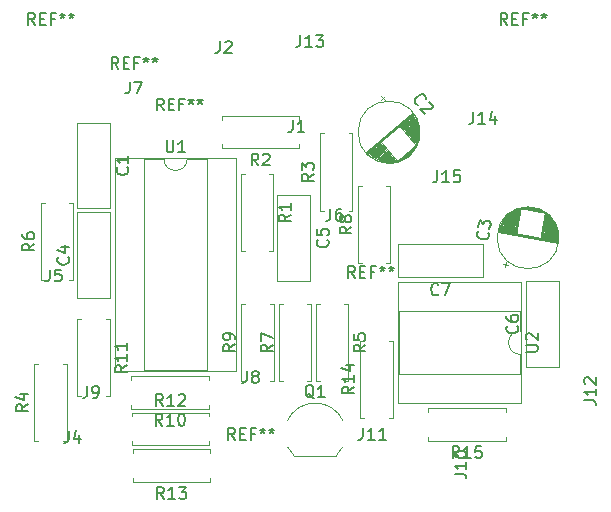
<source format=gbr>
G04 #@! TF.GenerationSoftware,KiCad,Pcbnew,(5.1.2-1)-1*
G04 #@! TF.CreationDate,2022-01-04T14:15:43-05:00*
G04 #@! TF.ProjectId,Utility LFO - CGS,5574696c-6974-4792-904c-464f202d2043,rev?*
G04 #@! TF.SameCoordinates,Original*
G04 #@! TF.FileFunction,Legend,Top*
G04 #@! TF.FilePolarity,Positive*
%FSLAX46Y46*%
G04 Gerber Fmt 4.6, Leading zero omitted, Abs format (unit mm)*
G04 Created by KiCad (PCBNEW (5.1.2-1)-1) date 2022-01-04 14:15:43*
%MOMM*%
%LPD*%
G04 APERTURE LIST*
%ADD10C,0.120000*%
%ADD11C,0.150000*%
G04 APERTURE END LIST*
D10*
X44960000Y-38680000D02*
X44630000Y-38680000D01*
X44960000Y-45220000D02*
X44960000Y-38680000D01*
X44630000Y-45220000D02*
X44960000Y-45220000D01*
X42220000Y-38680000D02*
X42550000Y-38680000D01*
X42220000Y-45220000D02*
X42220000Y-38680000D01*
X42550000Y-45220000D02*
X42220000Y-45220000D01*
X40724184Y-47692795D02*
G75*
G02X40200000Y-48420000I-2324184J1122795D01*
G01*
X40756400Y-45471193D02*
G75*
G03X38400000Y-43970000I-2356400J-1098807D01*
G01*
X36043600Y-45471193D02*
G75*
G02X38400000Y-43970000I2356400J-1098807D01*
G01*
X36075816Y-47692795D02*
G75*
G03X36600000Y-48420000I2324184J1122795D01*
G01*
X36600000Y-48420000D02*
X40200000Y-48420000D01*
X21000000Y-20240000D02*
X21000000Y-27480000D01*
X18260000Y-20240000D02*
X18260000Y-27480000D01*
X21000000Y-20240000D02*
X18260000Y-20240000D01*
X21000000Y-27480000D02*
X18260000Y-27480000D01*
X47263484Y-21037556D02*
G75*
G03X47263484Y-21037556I-2619999J0D01*
G01*
X46619879Y-19379164D02*
X42667090Y-22695948D01*
X46645591Y-19409805D02*
X42692801Y-22726589D01*
X46670536Y-19441090D02*
X42719279Y-22756588D01*
X46695482Y-19472374D02*
X42745756Y-22786587D01*
X46719661Y-19504302D02*
X42773000Y-22815944D01*
X46743074Y-19536872D02*
X42801010Y-22844657D01*
X46765722Y-19570085D02*
X45594440Y-20552907D01*
X44001067Y-21889905D02*
X42829785Y-22872728D01*
X46788369Y-19603298D02*
X45620151Y-20583549D01*
X44026779Y-21920547D02*
X42858561Y-22900798D01*
X46811016Y-19636511D02*
X45645863Y-20614191D01*
X44052490Y-21951189D02*
X42887337Y-22928869D01*
X46832898Y-19670366D02*
X45671574Y-20644832D01*
X44078202Y-21981831D02*
X42916878Y-22956297D01*
X46854013Y-19704865D02*
X45697286Y-20675474D01*
X44103913Y-22012472D02*
X42947186Y-22983082D01*
X46874362Y-19740006D02*
X45722997Y-20706116D01*
X44129625Y-22043114D02*
X42978260Y-23009224D01*
X46894711Y-19775148D02*
X45748709Y-20736758D01*
X44155336Y-22073756D02*
X43009334Y-23035366D01*
X46914294Y-19810932D02*
X45774420Y-20767400D01*
X44181048Y-22104398D02*
X43041174Y-23060866D01*
X46933878Y-19846716D02*
X45800132Y-20798041D01*
X44206759Y-22135040D02*
X43073014Y-23086365D01*
X46952695Y-19883143D02*
X45825843Y-20828683D01*
X44232471Y-22165681D02*
X43105619Y-23111222D01*
X46970746Y-19920212D02*
X45851555Y-20859325D01*
X44258182Y-22196323D02*
X43138991Y-23135436D01*
X46988797Y-19957282D02*
X45877266Y-20889967D01*
X44283894Y-22226965D02*
X43172363Y-23159650D01*
X47006725Y-19995760D02*
X45903621Y-20921374D01*
X44310248Y-22258373D02*
X43207144Y-23183987D01*
X47023244Y-20034116D02*
X45929332Y-20952016D01*
X44335960Y-22289014D02*
X43242048Y-23206915D01*
X47038996Y-20073114D02*
X45955044Y-20982658D01*
X44361671Y-22319656D02*
X43277718Y-23229201D01*
X47054749Y-20112112D02*
X45980755Y-21013300D01*
X44387383Y-22350298D02*
X43313388Y-23251486D01*
X47069736Y-20151752D02*
X46006467Y-21043942D01*
X44413094Y-22380940D02*
X43349824Y-23273129D01*
X47084723Y-20191393D02*
X46032178Y-21074583D01*
X44438806Y-22411582D02*
X43386261Y-23294772D01*
X47098178Y-20232320D02*
X46057890Y-21105225D01*
X44464517Y-22442223D02*
X43424229Y-23315129D01*
X47111633Y-20273246D02*
X46083601Y-21135867D01*
X44490229Y-22472865D02*
X43462197Y-23335486D01*
X47124322Y-20314815D02*
X46109313Y-21166509D01*
X44515940Y-22503507D02*
X43500931Y-23355201D01*
X47137010Y-20356384D02*
X46135024Y-21197150D01*
X44541652Y-22534149D02*
X43539666Y-23374915D01*
X47148167Y-20399239D02*
X46160736Y-21227792D01*
X44567363Y-22564790D02*
X43579932Y-23393344D01*
X47159324Y-20442094D02*
X46186447Y-21258434D01*
X44593075Y-22595432D02*
X43620198Y-23411773D01*
X47169714Y-20485591D02*
X46212159Y-21289076D01*
X44618786Y-22626074D02*
X43661231Y-23429559D01*
X47178573Y-20530374D02*
X46237870Y-21319718D01*
X44644498Y-22656716D02*
X43703795Y-23446059D01*
X47188197Y-20574515D02*
X46263582Y-21350359D01*
X44670209Y-22687358D02*
X43745594Y-23463202D01*
X47196290Y-20619941D02*
X46289293Y-21381001D01*
X44695921Y-22717999D02*
X43788924Y-23479060D01*
X47203616Y-20666009D02*
X46315005Y-21411643D01*
X44721632Y-22748641D02*
X43833021Y-23494275D01*
X47210177Y-20712721D02*
X46340716Y-21442285D01*
X44747344Y-22779283D02*
X43877883Y-23508847D01*
X47215971Y-20760075D02*
X46366428Y-21472926D01*
X44773055Y-22809925D02*
X43923512Y-23522776D01*
X47220999Y-20808072D02*
X46392139Y-21503568D01*
X44798767Y-22840566D02*
X43969907Y-23536063D01*
X47226028Y-20856069D02*
X46417851Y-21534210D01*
X44824478Y-22871208D02*
X44016301Y-23549349D01*
X47228758Y-20905995D02*
X46443562Y-21564852D01*
X44850190Y-22901850D02*
X44064994Y-23560707D01*
X47231488Y-20955920D02*
X46469274Y-21595494D01*
X44875901Y-22932492D02*
X44113687Y-23572065D01*
X47233452Y-21006488D02*
X46494985Y-21626135D01*
X44901613Y-22963134D02*
X44163146Y-23582781D01*
X47233884Y-21058342D02*
X46520697Y-21656777D01*
X44927324Y-22993775D02*
X44214137Y-23592211D01*
X47233550Y-21110838D02*
X46546408Y-21687419D01*
X44953036Y-23024417D02*
X44265894Y-23600998D01*
X47231684Y-21164621D02*
X46572120Y-21718061D01*
X44978747Y-23055059D02*
X44319183Y-23608499D01*
X47229052Y-21219045D02*
X46597831Y-21748702D01*
X45004459Y-23085701D02*
X44373238Y-23615358D01*
X47225654Y-21274113D02*
X46623543Y-21779344D01*
X45030170Y-23116342D02*
X44428059Y-23621574D01*
X47219957Y-21331109D02*
X46649254Y-21809986D01*
X45055882Y-23146984D02*
X44485179Y-23625861D01*
X47213495Y-21388748D02*
X46674966Y-21840628D01*
X45081593Y-23177626D02*
X44543064Y-23629506D01*
X47205501Y-21447673D02*
X46700677Y-21871270D01*
X45107305Y-23208268D02*
X44602482Y-23631865D01*
X47195974Y-21507883D02*
X46726389Y-21901911D01*
X45133016Y-23238910D02*
X44663431Y-23632938D01*
X47184915Y-21569378D02*
X46752100Y-21932553D01*
X45158728Y-23269551D02*
X44725913Y-23632726D01*
X47171559Y-21632802D02*
X46777812Y-21963195D01*
X45184439Y-23300193D02*
X44790692Y-23630586D01*
X47155904Y-21698154D02*
X46803523Y-21993837D01*
X45210151Y-23330835D02*
X44857770Y-23626517D01*
X47137951Y-21765435D02*
X46829235Y-22024478D01*
X45235862Y-23361477D02*
X44927146Y-23620520D01*
X47117700Y-21834644D02*
X46854946Y-22055120D01*
X45261574Y-23392118D02*
X44998821Y-23612595D01*
X47094384Y-21906424D02*
X46880658Y-22085762D01*
X45287285Y-23422760D02*
X45073559Y-23602098D01*
X47068005Y-21980776D02*
X46906369Y-22116404D01*
X45312997Y-23453402D02*
X45151361Y-23589030D01*
X47037795Y-22058341D02*
X45232994Y-23572749D01*
X47002223Y-22140406D02*
X45319989Y-23551967D01*
X46961288Y-22226970D02*
X45412347Y-23526687D01*
X46913460Y-22319319D02*
X45511598Y-23495621D01*
X46854906Y-22420668D02*
X45621575Y-23455556D01*
X46782564Y-22533586D02*
X45745340Y-23403921D01*
X46686475Y-22666431D02*
X45892853Y-23332359D01*
X46532932Y-22847485D02*
X46097818Y-23212589D01*
X43970525Y-17940862D02*
X44291919Y-18323884D01*
X44322733Y-17971676D02*
X43939711Y-18293070D01*
X54274635Y-32195409D02*
X54767039Y-32282234D01*
X54477425Y-32485023D02*
X54564249Y-31992620D01*
X56589034Y-27368189D02*
X57148405Y-27466821D01*
X56351643Y-27366948D02*
X57371904Y-27546847D01*
X56188112Y-27378730D02*
X57521542Y-27613850D01*
X56055111Y-27395895D02*
X57640652Y-27675469D01*
X55939836Y-27416187D02*
X57742035Y-27733963D01*
X55838349Y-27438909D02*
X57829630Y-27790025D01*
X55745725Y-27463194D02*
X57908362Y-27844525D01*
X55659994Y-27488694D02*
X57980201Y-27897809D01*
X57837352Y-27913238D02*
X58045146Y-27949878D01*
X55581157Y-27515410D02*
X55788952Y-27552050D01*
X57830406Y-27952630D02*
X58105167Y-28001078D01*
X55507244Y-27542994D02*
X55782006Y-27591442D01*
X57823460Y-27992023D02*
X58161249Y-28051584D01*
X55437271Y-27571273D02*
X55775060Y-27630834D01*
X57816514Y-28031415D02*
X58213392Y-28101395D01*
X55371236Y-27600246D02*
X55768114Y-27670227D01*
X57809568Y-28070807D02*
X58262580Y-28150685D01*
X55308156Y-27629741D02*
X55761168Y-27709619D01*
X57802622Y-28110199D02*
X58308813Y-28199455D01*
X55248031Y-27659756D02*
X55754222Y-27749011D01*
X57795676Y-28149592D02*
X58352093Y-28247703D01*
X55190860Y-27690292D02*
X55747276Y-27788404D01*
X57788730Y-28188984D02*
X58392417Y-28295430D01*
X55136643Y-27721350D02*
X55740330Y-27827796D01*
X57781784Y-28228376D02*
X58430773Y-28342811D01*
X55084396Y-27752754D02*
X55733384Y-27867188D01*
X57774838Y-28267769D02*
X58467158Y-28389843D01*
X55034118Y-27784506D02*
X55726438Y-27906581D01*
X57767893Y-28307161D02*
X58501574Y-28436529D01*
X54985811Y-27816605D02*
X55719492Y-27945973D01*
X57760947Y-28346553D02*
X58535005Y-28483041D01*
X54938488Y-27848878D02*
X55712546Y-27985365D01*
X57754001Y-28385946D02*
X58565482Y-28529032D01*
X54894119Y-27881671D02*
X55705601Y-28024757D01*
X57747055Y-28425338D02*
X58594974Y-28574849D01*
X54850735Y-27914639D02*
X55698655Y-28064150D01*
X57740109Y-28464730D02*
X58623481Y-28620493D01*
X54808336Y-27947780D02*
X55691709Y-28103542D01*
X57733163Y-28504123D02*
X58650019Y-28665789D01*
X54767907Y-27981268D02*
X55684763Y-28142934D01*
X57726217Y-28543515D02*
X58675572Y-28710912D01*
X54728462Y-28014930D02*
X55677817Y-28182327D01*
X57719271Y-28582907D02*
X58699155Y-28755687D01*
X54690987Y-28048939D02*
X55670871Y-28221719D01*
X57712325Y-28622300D02*
X58721753Y-28800289D01*
X54654497Y-28083122D02*
X55663925Y-28261111D01*
X57705379Y-28661692D02*
X58744351Y-28844891D01*
X54618007Y-28117305D02*
X55656979Y-28300504D01*
X57698433Y-28701084D02*
X58763995Y-28888971D01*
X54584471Y-28152009D02*
X55650033Y-28339896D01*
X57691487Y-28740476D02*
X58783639Y-28933052D01*
X54550935Y-28186712D02*
X55643087Y-28379288D01*
X57684541Y-28779869D02*
X58802298Y-28976959D01*
X54518384Y-28221590D02*
X55636141Y-28418681D01*
X57677595Y-28819261D02*
X58819972Y-29020693D01*
X54486818Y-28256641D02*
X55629195Y-28458073D01*
X57670650Y-28858653D02*
X58836662Y-29064253D01*
X54456237Y-28291866D02*
X55622249Y-28497465D01*
X57663704Y-28898046D02*
X58852367Y-29107639D01*
X54426641Y-28327264D02*
X55615303Y-28536857D01*
X57656758Y-28937438D02*
X58866102Y-29150678D01*
X54399014Y-28363010D02*
X55608358Y-28576250D01*
X57649812Y-28976830D02*
X58880821Y-29193891D01*
X54370402Y-28398582D02*
X55601412Y-28615642D01*
X57642866Y-29016223D02*
X58893572Y-29236756D01*
X54343760Y-28434501D02*
X55594466Y-28655034D01*
X57635920Y-29055615D02*
X58905337Y-29279447D01*
X54318103Y-28470594D02*
X55587520Y-28694427D01*
X57628974Y-29095007D02*
X58917103Y-29322139D01*
X54292445Y-28506687D02*
X55580574Y-28733819D01*
X57622028Y-29134400D02*
X58926898Y-29364483D01*
X54268758Y-28543127D02*
X55573628Y-28773211D01*
X57615082Y-29173792D02*
X58936694Y-29406828D01*
X54245070Y-28579568D02*
X55566682Y-28812604D01*
X57608136Y-29213184D02*
X58945505Y-29448998D01*
X54222367Y-28616182D02*
X55559736Y-28851996D01*
X57601190Y-29252576D02*
X58954316Y-29491169D01*
X54199664Y-28652796D02*
X55552790Y-28891388D01*
X57594244Y-29291969D02*
X58961157Y-29532992D01*
X54178931Y-28689757D02*
X55545844Y-28930781D01*
X57587298Y-29331361D02*
X58967999Y-29574816D01*
X54158198Y-28726718D02*
X55538898Y-28970173D01*
X57580352Y-29370753D02*
X58973855Y-29616466D01*
X54138449Y-28763853D02*
X55531952Y-29009565D01*
X57573407Y-29410146D02*
X58979712Y-29658115D01*
X54118701Y-28800988D02*
X55525006Y-29048958D01*
X57566461Y-29449538D02*
X58984584Y-29699591D01*
X54099937Y-28838296D02*
X55518060Y-29088350D01*
X57559341Y-29489915D02*
X58988297Y-29741879D01*
X54081985Y-28876763D02*
X55510941Y-29128727D01*
X57552395Y-29529307D02*
X58991199Y-29783007D01*
X54065191Y-28914419D02*
X55503995Y-29168119D01*
X57545449Y-29568700D02*
X58994101Y-29824136D01*
X54048397Y-28952075D02*
X55497049Y-29207512D01*
X57538503Y-29608092D02*
X58996019Y-29865091D01*
X54032588Y-28989905D02*
X55490103Y-29246904D01*
X57531557Y-29647484D02*
X58996951Y-29905873D01*
X54017763Y-29027908D02*
X55483157Y-29286296D01*
X57524611Y-29686877D02*
X58997884Y-29946654D01*
X54002939Y-29065911D02*
X55476211Y-29325688D01*
X57517665Y-29726269D02*
X58997832Y-29987262D01*
X53989099Y-29104088D02*
X55469265Y-29365081D01*
X57510720Y-29765661D02*
X58997779Y-30027870D01*
X53975260Y-29142264D02*
X55462319Y-29404473D01*
X57503774Y-29805054D02*
X58996742Y-30068304D01*
X53962405Y-29180615D02*
X55455374Y-29443865D01*
X57496828Y-29844446D02*
X58994720Y-30108565D01*
X53950535Y-29219139D02*
X55448428Y-29483258D01*
X57489882Y-29883838D02*
X58991714Y-30148652D01*
X53939650Y-29257837D02*
X55441482Y-29522650D01*
X57482936Y-29923231D02*
X58988707Y-30188739D01*
X53928765Y-29296534D02*
X55434536Y-29562042D01*
X53917880Y-29335232D02*
X58985700Y-30228826D01*
X53907979Y-29374103D02*
X58981709Y-30268739D01*
X53899064Y-29413148D02*
X58976732Y-30308478D01*
X53891133Y-29452367D02*
X58970771Y-30348044D01*
X53883202Y-29491586D02*
X58964810Y-30387610D01*
X53876256Y-29530978D02*
X58957864Y-30427003D01*
X59037060Y-29978990D02*
G75*
G03X59037060Y-29978990I-2620000J0D01*
G01*
X18260000Y-27840000D02*
X21000000Y-27840000D01*
X18260000Y-35080000D02*
X21000000Y-35080000D01*
X21000000Y-35080000D02*
X21000000Y-27840000D01*
X18260000Y-35080000D02*
X18260000Y-27840000D01*
X37950000Y-33610000D02*
X35210000Y-33610000D01*
X37950000Y-26370000D02*
X35210000Y-26370000D01*
X35210000Y-26370000D02*
X35210000Y-33610000D01*
X37950000Y-26370000D02*
X37950000Y-33610000D01*
X56269997Y-40910000D02*
X56269997Y-33670000D01*
X59009997Y-40910000D02*
X59009997Y-33670000D01*
X56269997Y-40910000D02*
X59009997Y-40910000D01*
X56269997Y-33670000D02*
X59009997Y-33670000D01*
X52620000Y-33270002D02*
X45380000Y-33270002D01*
X52620000Y-30530002D02*
X45380000Y-30530002D01*
X52620000Y-33270002D02*
X52620000Y-30530002D01*
X45380000Y-33270002D02*
X45380000Y-30530002D01*
X32120000Y-31120000D02*
X32450000Y-31120000D01*
X32120000Y-24580000D02*
X32120000Y-31120000D01*
X32450000Y-24580000D02*
X32120000Y-24580000D01*
X34860000Y-31120000D02*
X34530000Y-31120000D01*
X34860000Y-24580000D02*
X34860000Y-31120000D01*
X34530000Y-24580000D02*
X34860000Y-24580000D01*
X37020000Y-22080000D02*
X37020000Y-22410000D01*
X37020000Y-22410000D02*
X30480000Y-22410000D01*
X30480000Y-22410000D02*
X30480000Y-22080000D01*
X37020000Y-20000000D02*
X37020000Y-19670000D01*
X37020000Y-19670000D02*
X30480000Y-19670000D01*
X30480000Y-19670000D02*
X30480000Y-20000000D01*
X41560000Y-21140000D02*
X41230000Y-21140000D01*
X41560000Y-27680000D02*
X41560000Y-21140000D01*
X41230000Y-27680000D02*
X41560000Y-27680000D01*
X38820000Y-21140000D02*
X39150000Y-21140000D01*
X38820000Y-27680000D02*
X38820000Y-21140000D01*
X39150000Y-27680000D02*
X38820000Y-27680000D01*
X17360000Y-40660000D02*
X17030000Y-40660000D01*
X17360000Y-47200000D02*
X17360000Y-40660000D01*
X17030000Y-47200000D02*
X17360000Y-47200000D01*
X14620000Y-40660000D02*
X14950000Y-40660000D01*
X14620000Y-47200000D02*
X14620000Y-40660000D01*
X14950000Y-47200000D02*
X14620000Y-47200000D01*
X40870000Y-35590000D02*
X41200000Y-35590000D01*
X41200000Y-35590000D02*
X41200000Y-42130000D01*
X41200000Y-42130000D02*
X40870000Y-42130000D01*
X38790000Y-35590000D02*
X38460000Y-35590000D01*
X38460000Y-35590000D02*
X38460000Y-42130000D01*
X38460000Y-42130000D02*
X38790000Y-42130000D01*
X15490000Y-33590000D02*
X15160000Y-33590000D01*
X15160000Y-33590000D02*
X15160000Y-27050000D01*
X15160000Y-27050000D02*
X15490000Y-27050000D01*
X17570000Y-33590000D02*
X17900000Y-33590000D01*
X17900000Y-33590000D02*
X17900000Y-27050000D01*
X17900000Y-27050000D02*
X17570000Y-27050000D01*
X35670000Y-42130000D02*
X35340000Y-42130000D01*
X35340000Y-42130000D02*
X35340000Y-35590000D01*
X35340000Y-35590000D02*
X35670000Y-35590000D01*
X37750000Y-42130000D02*
X38080000Y-42130000D01*
X38080000Y-42130000D02*
X38080000Y-35590000D01*
X38080000Y-35590000D02*
X37750000Y-35590000D01*
X44750000Y-25610000D02*
X44420000Y-25610000D01*
X44750000Y-32150000D02*
X44750000Y-25610000D01*
X44420000Y-32150000D02*
X44750000Y-32150000D01*
X42010000Y-25610000D02*
X42340000Y-25610000D01*
X42010000Y-32150000D02*
X42010000Y-25610000D01*
X42340000Y-32150000D02*
X42010000Y-32150000D01*
X32470000Y-42120000D02*
X32140000Y-42120000D01*
X32140000Y-42120000D02*
X32140000Y-35580000D01*
X32140000Y-35580000D02*
X32470000Y-35580000D01*
X34550000Y-42120000D02*
X34880000Y-42120000D01*
X34880000Y-42120000D02*
X34880000Y-35580000D01*
X34880000Y-35580000D02*
X34550000Y-35580000D01*
X22840000Y-41700000D02*
X22840000Y-42030000D01*
X29380000Y-41700000D02*
X22840000Y-41700000D01*
X29380000Y-42030000D02*
X29380000Y-41700000D01*
X22840000Y-44440000D02*
X22840000Y-44110000D01*
X29380000Y-44440000D02*
X22840000Y-44440000D01*
X29380000Y-44110000D02*
X29380000Y-44440000D01*
X20680000Y-36880000D02*
X21010000Y-36880000D01*
X21010000Y-36880000D02*
X21010000Y-43420000D01*
X21010000Y-43420000D02*
X20680000Y-43420000D01*
X18600000Y-36880000D02*
X18270000Y-36880000D01*
X18270000Y-36880000D02*
X18270000Y-43420000D01*
X18270000Y-43420000D02*
X18600000Y-43420000D01*
X22890000Y-45110000D02*
X22890000Y-44780000D01*
X22890000Y-44780000D02*
X29430000Y-44780000D01*
X29430000Y-44780000D02*
X29430000Y-45110000D01*
X22890000Y-47190000D02*
X22890000Y-47520000D01*
X22890000Y-47520000D02*
X29430000Y-47520000D01*
X29430000Y-47520000D02*
X29430000Y-47190000D01*
X22950000Y-47900000D02*
X22950000Y-48230000D01*
X29490000Y-47900000D02*
X22950000Y-47900000D01*
X29490000Y-48230000D02*
X29490000Y-47900000D01*
X22950000Y-50640000D02*
X22950000Y-50310000D01*
X29490000Y-50640000D02*
X22950000Y-50640000D01*
X29490000Y-50310000D02*
X29490000Y-50640000D01*
X54520000Y-46840000D02*
X54520000Y-47170000D01*
X54520000Y-47170000D02*
X47980000Y-47170000D01*
X47980000Y-47170000D02*
X47980000Y-46840000D01*
X54520000Y-44760000D02*
X54520000Y-44430000D01*
X54520000Y-44430000D02*
X47980000Y-44430000D01*
X47980000Y-44430000D02*
X47980000Y-44760000D01*
X27580000Y-23280000D02*
G75*
G02X25580000Y-23280000I-1000000J0D01*
G01*
X25580000Y-23280000D02*
X23930000Y-23280000D01*
X23930000Y-23280000D02*
X23930000Y-41180000D01*
X23930000Y-41180000D02*
X29230000Y-41180000D01*
X29230000Y-41180000D02*
X29230000Y-23280000D01*
X29230000Y-23280000D02*
X27580000Y-23280000D01*
X21440000Y-23220000D02*
X21440000Y-41240000D01*
X21440000Y-41240000D02*
X31720000Y-41240000D01*
X31720000Y-41240000D02*
X31720000Y-23220000D01*
X31720000Y-23220000D02*
X21440000Y-23220000D01*
X55779999Y-39860000D02*
G75*
G02X55779999Y-37860000I0J1000000D01*
G01*
X55779999Y-37860000D02*
X55779999Y-36210000D01*
X55779999Y-36210000D02*
X45499999Y-36210000D01*
X45499999Y-36210000D02*
X45499999Y-41510000D01*
X45499999Y-41510000D02*
X55779999Y-41510000D01*
X55779999Y-41510000D02*
X55779999Y-39860000D01*
X55839999Y-33720000D02*
X45439999Y-33720000D01*
X45439999Y-33720000D02*
X45439999Y-44000000D01*
X45439999Y-44000000D02*
X55839999Y-44000000D01*
X55839999Y-44000000D02*
X55839999Y-33720000D01*
D11*
X54666666Y-11952380D02*
X54333333Y-11476190D01*
X54095238Y-11952380D02*
X54095238Y-10952380D01*
X54476190Y-10952380D01*
X54571428Y-11000000D01*
X54619047Y-11047619D01*
X54666666Y-11142857D01*
X54666666Y-11285714D01*
X54619047Y-11380952D01*
X54571428Y-11428571D01*
X54476190Y-11476190D01*
X54095238Y-11476190D01*
X55095238Y-11428571D02*
X55428571Y-11428571D01*
X55571428Y-11952380D02*
X55095238Y-11952380D01*
X55095238Y-10952380D01*
X55571428Y-10952380D01*
X56333333Y-11428571D02*
X56000000Y-11428571D01*
X56000000Y-11952380D02*
X56000000Y-10952380D01*
X56476190Y-10952380D01*
X57000000Y-10952380D02*
X57000000Y-11190476D01*
X56761904Y-11095238D02*
X57000000Y-11190476D01*
X57238095Y-11095238D01*
X56857142Y-11380952D02*
X57000000Y-11190476D01*
X57142857Y-11380952D01*
X57761904Y-10952380D02*
X57761904Y-11190476D01*
X57523809Y-11095238D02*
X57761904Y-11190476D01*
X58000000Y-11095238D01*
X57619047Y-11380952D02*
X57761904Y-11190476D01*
X57904761Y-11380952D01*
X14666666Y-11952380D02*
X14333333Y-11476190D01*
X14095238Y-11952380D02*
X14095238Y-10952380D01*
X14476190Y-10952380D01*
X14571428Y-11000000D01*
X14619047Y-11047619D01*
X14666666Y-11142857D01*
X14666666Y-11285714D01*
X14619047Y-11380952D01*
X14571428Y-11428571D01*
X14476190Y-11476190D01*
X14095238Y-11476190D01*
X15095238Y-11428571D02*
X15428571Y-11428571D01*
X15571428Y-11952380D02*
X15095238Y-11952380D01*
X15095238Y-10952380D01*
X15571428Y-10952380D01*
X16333333Y-11428571D02*
X16000000Y-11428571D01*
X16000000Y-11952380D02*
X16000000Y-10952380D01*
X16476190Y-10952380D01*
X17000000Y-10952380D02*
X17000000Y-11190476D01*
X16761904Y-11095238D02*
X17000000Y-11190476D01*
X17238095Y-11095238D01*
X16857142Y-11380952D02*
X17000000Y-11190476D01*
X17142857Y-11380952D01*
X17761904Y-10952380D02*
X17761904Y-11190476D01*
X17523809Y-11095238D02*
X17761904Y-11190476D01*
X18000000Y-11095238D01*
X17619047Y-11380952D02*
X17761904Y-11190476D01*
X17904761Y-11380952D01*
X25566666Y-19202380D02*
X25233333Y-18726190D01*
X24995238Y-19202380D02*
X24995238Y-18202380D01*
X25376190Y-18202380D01*
X25471428Y-18250000D01*
X25519047Y-18297619D01*
X25566666Y-18392857D01*
X25566666Y-18535714D01*
X25519047Y-18630952D01*
X25471428Y-18678571D01*
X25376190Y-18726190D01*
X24995238Y-18726190D01*
X25995238Y-18678571D02*
X26328571Y-18678571D01*
X26471428Y-19202380D02*
X25995238Y-19202380D01*
X25995238Y-18202380D01*
X26471428Y-18202380D01*
X27233333Y-18678571D02*
X26900000Y-18678571D01*
X26900000Y-19202380D02*
X26900000Y-18202380D01*
X27376190Y-18202380D01*
X27900000Y-18202380D02*
X27900000Y-18440476D01*
X27661904Y-18345238D02*
X27900000Y-18440476D01*
X28138095Y-18345238D01*
X27757142Y-18630952D02*
X27900000Y-18440476D01*
X28042857Y-18630952D01*
X28661904Y-18202380D02*
X28661904Y-18440476D01*
X28423809Y-18345238D02*
X28661904Y-18440476D01*
X28900000Y-18345238D01*
X28519047Y-18630952D02*
X28661904Y-18440476D01*
X28804761Y-18630952D01*
X41672380Y-42592857D02*
X41196190Y-42926190D01*
X41672380Y-43164285D02*
X40672380Y-43164285D01*
X40672380Y-42783333D01*
X40720000Y-42688095D01*
X40767619Y-42640476D01*
X40862857Y-42592857D01*
X41005714Y-42592857D01*
X41100952Y-42640476D01*
X41148571Y-42688095D01*
X41196190Y-42783333D01*
X41196190Y-43164285D01*
X41672380Y-41640476D02*
X41672380Y-42211904D01*
X41672380Y-41926190D02*
X40672380Y-41926190D01*
X40815238Y-42021428D01*
X40910476Y-42116666D01*
X40958095Y-42211904D01*
X41005714Y-40783333D02*
X41672380Y-40783333D01*
X40624761Y-41021428D02*
X41339047Y-41259523D01*
X41339047Y-40640476D01*
X41756666Y-33372380D02*
X41423333Y-32896190D01*
X41185238Y-33372380D02*
X41185238Y-32372380D01*
X41566190Y-32372380D01*
X41661428Y-32420000D01*
X41709047Y-32467619D01*
X41756666Y-32562857D01*
X41756666Y-32705714D01*
X41709047Y-32800952D01*
X41661428Y-32848571D01*
X41566190Y-32896190D01*
X41185238Y-32896190D01*
X42185238Y-32848571D02*
X42518571Y-32848571D01*
X42661428Y-33372380D02*
X42185238Y-33372380D01*
X42185238Y-32372380D01*
X42661428Y-32372380D01*
X43423333Y-32848571D02*
X43090000Y-32848571D01*
X43090000Y-33372380D02*
X43090000Y-32372380D01*
X43566190Y-32372380D01*
X44090000Y-32372380D02*
X44090000Y-32610476D01*
X43851904Y-32515238D02*
X44090000Y-32610476D01*
X44328095Y-32515238D01*
X43947142Y-32800952D02*
X44090000Y-32610476D01*
X44232857Y-32800952D01*
X44851904Y-32372380D02*
X44851904Y-32610476D01*
X44613809Y-32515238D02*
X44851904Y-32610476D01*
X45090000Y-32515238D01*
X44709047Y-32800952D02*
X44851904Y-32610476D01*
X44994761Y-32800952D01*
X21746666Y-15672380D02*
X21413333Y-15196190D01*
X21175238Y-15672380D02*
X21175238Y-14672380D01*
X21556190Y-14672380D01*
X21651428Y-14720000D01*
X21699047Y-14767619D01*
X21746666Y-14862857D01*
X21746666Y-15005714D01*
X21699047Y-15100952D01*
X21651428Y-15148571D01*
X21556190Y-15196190D01*
X21175238Y-15196190D01*
X22175238Y-15148571D02*
X22508571Y-15148571D01*
X22651428Y-15672380D02*
X22175238Y-15672380D01*
X22175238Y-14672380D01*
X22651428Y-14672380D01*
X23413333Y-15148571D02*
X23080000Y-15148571D01*
X23080000Y-15672380D02*
X23080000Y-14672380D01*
X23556190Y-14672380D01*
X24080000Y-14672380D02*
X24080000Y-14910476D01*
X23841904Y-14815238D02*
X24080000Y-14910476D01*
X24318095Y-14815238D01*
X23937142Y-15100952D02*
X24080000Y-14910476D01*
X24222857Y-15100952D01*
X24841904Y-14672380D02*
X24841904Y-14910476D01*
X24603809Y-14815238D02*
X24841904Y-14910476D01*
X25080000Y-14815238D01*
X24699047Y-15100952D02*
X24841904Y-14910476D01*
X24984761Y-15100952D01*
X31616666Y-47102380D02*
X31283333Y-46626190D01*
X31045238Y-47102380D02*
X31045238Y-46102380D01*
X31426190Y-46102380D01*
X31521428Y-46150000D01*
X31569047Y-46197619D01*
X31616666Y-46292857D01*
X31616666Y-46435714D01*
X31569047Y-46530952D01*
X31521428Y-46578571D01*
X31426190Y-46626190D01*
X31045238Y-46626190D01*
X32045238Y-46578571D02*
X32378571Y-46578571D01*
X32521428Y-47102380D02*
X32045238Y-47102380D01*
X32045238Y-46102380D01*
X32521428Y-46102380D01*
X33283333Y-46578571D02*
X32950000Y-46578571D01*
X32950000Y-47102380D02*
X32950000Y-46102380D01*
X33426190Y-46102380D01*
X33950000Y-46102380D02*
X33950000Y-46340476D01*
X33711904Y-46245238D02*
X33950000Y-46340476D01*
X34188095Y-46245238D01*
X33807142Y-46530952D02*
X33950000Y-46340476D01*
X34092857Y-46530952D01*
X34711904Y-46102380D02*
X34711904Y-46340476D01*
X34473809Y-46245238D02*
X34711904Y-46340476D01*
X34950000Y-46245238D01*
X34569047Y-46530952D02*
X34711904Y-46340476D01*
X34854761Y-46530952D01*
X38304761Y-43557619D02*
X38209523Y-43510000D01*
X38114285Y-43414761D01*
X37971428Y-43271904D01*
X37876190Y-43224285D01*
X37780952Y-43224285D01*
X37828571Y-43462380D02*
X37733333Y-43414761D01*
X37638095Y-43319523D01*
X37590476Y-43129047D01*
X37590476Y-42795714D01*
X37638095Y-42605238D01*
X37733333Y-42510000D01*
X37828571Y-42462380D01*
X38019047Y-42462380D01*
X38114285Y-42510000D01*
X38209523Y-42605238D01*
X38257142Y-42795714D01*
X38257142Y-43129047D01*
X38209523Y-43319523D01*
X38114285Y-43414761D01*
X38019047Y-43462380D01*
X37828571Y-43462380D01*
X39209523Y-43462380D02*
X38638095Y-43462380D01*
X38923809Y-43462380D02*
X38923809Y-42462380D01*
X38828571Y-42605238D01*
X38733333Y-42700476D01*
X38638095Y-42748095D01*
X22487142Y-24026666D02*
X22534761Y-24074285D01*
X22582380Y-24217142D01*
X22582380Y-24312380D01*
X22534761Y-24455238D01*
X22439523Y-24550476D01*
X22344285Y-24598095D01*
X22153809Y-24645714D01*
X22010952Y-24645714D01*
X21820476Y-24598095D01*
X21725238Y-24550476D01*
X21630000Y-24455238D01*
X21582380Y-24312380D01*
X21582380Y-24217142D01*
X21630000Y-24074285D01*
X21677619Y-24026666D01*
X22582380Y-23074285D02*
X22582380Y-23645714D01*
X22582380Y-23360000D02*
X21582380Y-23360000D01*
X21725238Y-23455238D01*
X21820476Y-23550476D01*
X21868095Y-23645714D01*
X47135432Y-18728994D02*
X47068345Y-18723125D01*
X46940040Y-18644299D01*
X46878822Y-18571342D01*
X46823473Y-18431299D01*
X46835212Y-18297124D01*
X46877560Y-18199428D01*
X46992864Y-18040514D01*
X47102299Y-17948687D01*
X47278821Y-17862730D01*
X47382387Y-17837990D01*
X47516561Y-17849729D01*
X47644866Y-17928555D01*
X47706084Y-18001511D01*
X47761433Y-18141555D01*
X47755563Y-18208643D01*
X48000435Y-18500469D02*
X48067522Y-18506338D01*
X48165218Y-18548686D01*
X48318263Y-18731078D01*
X48343002Y-18834643D01*
X48337133Y-18901730D01*
X48294785Y-18999427D01*
X48221829Y-19060644D01*
X48081785Y-19115993D01*
X47276738Y-19045560D01*
X47674654Y-19519778D01*
X53046806Y-29553961D02*
X53085433Y-29609126D01*
X53107522Y-29758082D01*
X53090984Y-29851873D01*
X53019281Y-29984291D01*
X52908952Y-30061544D01*
X52806892Y-30091902D01*
X52611040Y-30105722D01*
X52470354Y-30080915D01*
X52291040Y-30000943D01*
X52205518Y-29937510D01*
X52128265Y-29827181D01*
X52106176Y-29678225D01*
X52122714Y-29584434D01*
X52194416Y-29452016D01*
X52249581Y-29413389D01*
X52213672Y-29068582D02*
X52321169Y-28458939D01*
X52638451Y-28853360D01*
X52663258Y-28712673D01*
X52726691Y-28627151D01*
X52781856Y-28588524D01*
X52883916Y-28558166D01*
X53118394Y-28599511D01*
X53203916Y-28662945D01*
X53242543Y-28718109D01*
X53272901Y-28820170D01*
X53223287Y-29101543D01*
X53159853Y-29187065D01*
X53104689Y-29225692D01*
X17487142Y-31626666D02*
X17534761Y-31674285D01*
X17582380Y-31817142D01*
X17582380Y-31912380D01*
X17534761Y-32055238D01*
X17439523Y-32150476D01*
X17344285Y-32198095D01*
X17153809Y-32245714D01*
X17010952Y-32245714D01*
X16820476Y-32198095D01*
X16725238Y-32150476D01*
X16630000Y-32055238D01*
X16582380Y-31912380D01*
X16582380Y-31817142D01*
X16630000Y-31674285D01*
X16677619Y-31626666D01*
X16915714Y-30769523D02*
X17582380Y-30769523D01*
X16534761Y-31007619D02*
X17249047Y-31245714D01*
X17249047Y-30626666D01*
X39437142Y-30156666D02*
X39484761Y-30204285D01*
X39532380Y-30347142D01*
X39532380Y-30442380D01*
X39484761Y-30585238D01*
X39389523Y-30680476D01*
X39294285Y-30728095D01*
X39103809Y-30775714D01*
X38960952Y-30775714D01*
X38770476Y-30728095D01*
X38675238Y-30680476D01*
X38580000Y-30585238D01*
X38532380Y-30442380D01*
X38532380Y-30347142D01*
X38580000Y-30204285D01*
X38627619Y-30156666D01*
X38532380Y-29251904D02*
X38532380Y-29728095D01*
X39008571Y-29775714D01*
X38960952Y-29728095D01*
X38913333Y-29632857D01*
X38913333Y-29394761D01*
X38960952Y-29299523D01*
X39008571Y-29251904D01*
X39103809Y-29204285D01*
X39341904Y-29204285D01*
X39437142Y-29251904D01*
X39484761Y-29299523D01*
X39532380Y-29394761D01*
X39532380Y-29632857D01*
X39484761Y-29728095D01*
X39437142Y-29775714D01*
X55497139Y-37456666D02*
X55544758Y-37504285D01*
X55592377Y-37647142D01*
X55592377Y-37742380D01*
X55544758Y-37885238D01*
X55449520Y-37980476D01*
X55354282Y-38028095D01*
X55163806Y-38075714D01*
X55020949Y-38075714D01*
X54830473Y-38028095D01*
X54735235Y-37980476D01*
X54639997Y-37885238D01*
X54592377Y-37742380D01*
X54592377Y-37647142D01*
X54639997Y-37504285D01*
X54687616Y-37456666D01*
X54592377Y-36599523D02*
X54592377Y-36790000D01*
X54639997Y-36885238D01*
X54687616Y-36932857D01*
X54830473Y-37028095D01*
X55020949Y-37075714D01*
X55401901Y-37075714D01*
X55497139Y-37028095D01*
X55544758Y-36980476D01*
X55592377Y-36885238D01*
X55592377Y-36694761D01*
X55544758Y-36599523D01*
X55497139Y-36551904D01*
X55401901Y-36504285D01*
X55163806Y-36504285D01*
X55068568Y-36551904D01*
X55020949Y-36599523D01*
X54973330Y-36694761D01*
X54973330Y-36885238D01*
X55020949Y-36980476D01*
X55068568Y-37028095D01*
X55163806Y-37075714D01*
X48833333Y-34757144D02*
X48785714Y-34804763D01*
X48642857Y-34852382D01*
X48547619Y-34852382D01*
X48404761Y-34804763D01*
X48309523Y-34709525D01*
X48261904Y-34614287D01*
X48214285Y-34423811D01*
X48214285Y-34280954D01*
X48261904Y-34090478D01*
X48309523Y-33995240D01*
X48404761Y-33900002D01*
X48547619Y-33852382D01*
X48642857Y-33852382D01*
X48785714Y-33900002D01*
X48833333Y-33947621D01*
X49166666Y-33852382D02*
X49833333Y-33852382D01*
X49404761Y-34852382D01*
X36496666Y-20032380D02*
X36496666Y-20746666D01*
X36449047Y-20889523D01*
X36353809Y-20984761D01*
X36210952Y-21032380D01*
X36115714Y-21032380D01*
X37496666Y-21032380D02*
X36925238Y-21032380D01*
X37210952Y-21032380D02*
X37210952Y-20032380D01*
X37115714Y-20175238D01*
X37020476Y-20270476D01*
X36925238Y-20318095D01*
X30336666Y-13342380D02*
X30336666Y-14056666D01*
X30289047Y-14199523D01*
X30193809Y-14294761D01*
X30050952Y-14342380D01*
X29955714Y-14342380D01*
X30765238Y-13437619D02*
X30812857Y-13390000D01*
X30908095Y-13342380D01*
X31146190Y-13342380D01*
X31241428Y-13390000D01*
X31289047Y-13437619D01*
X31336666Y-13532857D01*
X31336666Y-13628095D01*
X31289047Y-13770952D01*
X30717619Y-14342380D01*
X31336666Y-14342380D01*
X17526666Y-46332380D02*
X17526666Y-47046666D01*
X17479047Y-47189523D01*
X17383809Y-47284761D01*
X17240952Y-47332380D01*
X17145714Y-47332380D01*
X18431428Y-46665714D02*
X18431428Y-47332380D01*
X18193333Y-46284761D02*
X17955238Y-46999047D01*
X18574285Y-46999047D01*
X15926666Y-32682380D02*
X15926666Y-33396666D01*
X15879047Y-33539523D01*
X15783809Y-33634761D01*
X15640952Y-33682380D01*
X15545714Y-33682380D01*
X16879047Y-32682380D02*
X16402857Y-32682380D01*
X16355238Y-33158571D01*
X16402857Y-33110952D01*
X16498095Y-33063333D01*
X16736190Y-33063333D01*
X16831428Y-33110952D01*
X16879047Y-33158571D01*
X16926666Y-33253809D01*
X16926666Y-33491904D01*
X16879047Y-33587142D01*
X16831428Y-33634761D01*
X16736190Y-33682380D01*
X16498095Y-33682380D01*
X16402857Y-33634761D01*
X16355238Y-33587142D01*
X39696666Y-27522380D02*
X39696666Y-28236666D01*
X39649047Y-28379523D01*
X39553809Y-28474761D01*
X39410952Y-28522380D01*
X39315714Y-28522380D01*
X40601428Y-27522380D02*
X40410952Y-27522380D01*
X40315714Y-27570000D01*
X40268095Y-27617619D01*
X40172857Y-27760476D01*
X40125238Y-27950952D01*
X40125238Y-28331904D01*
X40172857Y-28427142D01*
X40220476Y-28474761D01*
X40315714Y-28522380D01*
X40506190Y-28522380D01*
X40601428Y-28474761D01*
X40649047Y-28427142D01*
X40696666Y-28331904D01*
X40696666Y-28093809D01*
X40649047Y-27998571D01*
X40601428Y-27950952D01*
X40506190Y-27903333D01*
X40315714Y-27903333D01*
X40220476Y-27950952D01*
X40172857Y-27998571D01*
X40125238Y-28093809D01*
X22716666Y-16752380D02*
X22716666Y-17466666D01*
X22669047Y-17609523D01*
X22573809Y-17704761D01*
X22430952Y-17752380D01*
X22335714Y-17752380D01*
X23097619Y-16752380D02*
X23764285Y-16752380D01*
X23335714Y-17752380D01*
X32616666Y-41282380D02*
X32616666Y-41996666D01*
X32569047Y-42139523D01*
X32473809Y-42234761D01*
X32330952Y-42282380D01*
X32235714Y-42282380D01*
X33235714Y-41710952D02*
X33140476Y-41663333D01*
X33092857Y-41615714D01*
X33045238Y-41520476D01*
X33045238Y-41472857D01*
X33092857Y-41377619D01*
X33140476Y-41330000D01*
X33235714Y-41282380D01*
X33426190Y-41282380D01*
X33521428Y-41330000D01*
X33569047Y-41377619D01*
X33616666Y-41472857D01*
X33616666Y-41520476D01*
X33569047Y-41615714D01*
X33521428Y-41663333D01*
X33426190Y-41710952D01*
X33235714Y-41710952D01*
X33140476Y-41758571D01*
X33092857Y-41806190D01*
X33045238Y-41901428D01*
X33045238Y-42091904D01*
X33092857Y-42187142D01*
X33140476Y-42234761D01*
X33235714Y-42282380D01*
X33426190Y-42282380D01*
X33521428Y-42234761D01*
X33569047Y-42187142D01*
X33616666Y-42091904D01*
X33616666Y-41901428D01*
X33569047Y-41806190D01*
X33521428Y-41758571D01*
X33426190Y-41710952D01*
X19096666Y-42532380D02*
X19096666Y-43246666D01*
X19049047Y-43389523D01*
X18953809Y-43484761D01*
X18810952Y-43532380D01*
X18715714Y-43532380D01*
X19620476Y-43532380D02*
X19810952Y-43532380D01*
X19906190Y-43484761D01*
X19953809Y-43437142D01*
X20049047Y-43294285D01*
X20096666Y-43103809D01*
X20096666Y-42722857D01*
X20049047Y-42627619D01*
X20001428Y-42580000D01*
X19906190Y-42532380D01*
X19715714Y-42532380D01*
X19620476Y-42580000D01*
X19572857Y-42627619D01*
X19525238Y-42722857D01*
X19525238Y-42960952D01*
X19572857Y-43056190D01*
X19620476Y-43103809D01*
X19715714Y-43151428D01*
X19906190Y-43151428D01*
X20001428Y-43103809D01*
X20049047Y-43056190D01*
X20096666Y-42960952D01*
X50202380Y-49979523D02*
X50916666Y-49979523D01*
X51059523Y-50027142D01*
X51154761Y-50122380D01*
X51202380Y-50265238D01*
X51202380Y-50360476D01*
X51202380Y-48979523D02*
X51202380Y-49550952D01*
X51202380Y-49265238D02*
X50202380Y-49265238D01*
X50345238Y-49360476D01*
X50440476Y-49455714D01*
X50488095Y-49550952D01*
X50202380Y-48360476D02*
X50202380Y-48265238D01*
X50250000Y-48170000D01*
X50297619Y-48122380D01*
X50392857Y-48074761D01*
X50583333Y-48027142D01*
X50821428Y-48027142D01*
X51011904Y-48074761D01*
X51107142Y-48122380D01*
X51154761Y-48170000D01*
X51202380Y-48265238D01*
X51202380Y-48360476D01*
X51154761Y-48455714D01*
X51107142Y-48503333D01*
X51011904Y-48550952D01*
X50821428Y-48598571D01*
X50583333Y-48598571D01*
X50392857Y-48550952D01*
X50297619Y-48503333D01*
X50250000Y-48455714D01*
X50202380Y-48360476D01*
X42440476Y-46092380D02*
X42440476Y-46806666D01*
X42392857Y-46949523D01*
X42297619Y-47044761D01*
X42154761Y-47092380D01*
X42059523Y-47092380D01*
X43440476Y-47092380D02*
X42869047Y-47092380D01*
X43154761Y-47092380D02*
X43154761Y-46092380D01*
X43059523Y-46235238D01*
X42964285Y-46330476D01*
X42869047Y-46378095D01*
X44392857Y-47092380D02*
X43821428Y-47092380D01*
X44107142Y-47092380D02*
X44107142Y-46092380D01*
X44011904Y-46235238D01*
X43916666Y-46330476D01*
X43821428Y-46378095D01*
X61182380Y-43749523D02*
X61896666Y-43749523D01*
X62039523Y-43797142D01*
X62134761Y-43892380D01*
X62182380Y-44035238D01*
X62182380Y-44130476D01*
X62182380Y-42749523D02*
X62182380Y-43320952D01*
X62182380Y-43035238D02*
X61182380Y-43035238D01*
X61325238Y-43130476D01*
X61420476Y-43225714D01*
X61468095Y-43320952D01*
X61277619Y-42368571D02*
X61230000Y-42320952D01*
X61182380Y-42225714D01*
X61182380Y-41987619D01*
X61230000Y-41892380D01*
X61277619Y-41844761D01*
X61372857Y-41797142D01*
X61468095Y-41797142D01*
X61610952Y-41844761D01*
X62182380Y-42416190D01*
X62182380Y-41797142D01*
X37145476Y-12822380D02*
X37145476Y-13536666D01*
X37097857Y-13679523D01*
X37002619Y-13774761D01*
X36859761Y-13822380D01*
X36764523Y-13822380D01*
X38145476Y-13822380D02*
X37574047Y-13822380D01*
X37859761Y-13822380D02*
X37859761Y-12822380D01*
X37764523Y-12965238D01*
X37669285Y-13060476D01*
X37574047Y-13108095D01*
X38478809Y-12822380D02*
X39097857Y-12822380D01*
X38764523Y-13203333D01*
X38907380Y-13203333D01*
X39002619Y-13250952D01*
X39050238Y-13298571D01*
X39097857Y-13393809D01*
X39097857Y-13631904D01*
X39050238Y-13727142D01*
X39002619Y-13774761D01*
X38907380Y-13822380D01*
X38621666Y-13822380D01*
X38526428Y-13774761D01*
X38478809Y-13727142D01*
X51785476Y-19312380D02*
X51785476Y-20026666D01*
X51737857Y-20169523D01*
X51642619Y-20264761D01*
X51499761Y-20312380D01*
X51404523Y-20312380D01*
X52785476Y-20312380D02*
X52214047Y-20312380D01*
X52499761Y-20312380D02*
X52499761Y-19312380D01*
X52404523Y-19455238D01*
X52309285Y-19550476D01*
X52214047Y-19598095D01*
X53642619Y-19645714D02*
X53642619Y-20312380D01*
X53404523Y-19264761D02*
X53166428Y-19979047D01*
X53785476Y-19979047D01*
X48735476Y-24272380D02*
X48735476Y-24986666D01*
X48687857Y-25129523D01*
X48592619Y-25224761D01*
X48449761Y-25272380D01*
X48354523Y-25272380D01*
X49735476Y-25272380D02*
X49164047Y-25272380D01*
X49449761Y-25272380D02*
X49449761Y-24272380D01*
X49354523Y-24415238D01*
X49259285Y-24510476D01*
X49164047Y-24558095D01*
X50640238Y-24272380D02*
X50164047Y-24272380D01*
X50116428Y-24748571D01*
X50164047Y-24700952D01*
X50259285Y-24653333D01*
X50497380Y-24653333D01*
X50592619Y-24700952D01*
X50640238Y-24748571D01*
X50687857Y-24843809D01*
X50687857Y-25081904D01*
X50640238Y-25177142D01*
X50592619Y-25224761D01*
X50497380Y-25272380D01*
X50259285Y-25272380D01*
X50164047Y-25224761D01*
X50116428Y-25177142D01*
X36312380Y-28016666D02*
X35836190Y-28350000D01*
X36312380Y-28588095D02*
X35312380Y-28588095D01*
X35312380Y-28207142D01*
X35360000Y-28111904D01*
X35407619Y-28064285D01*
X35502857Y-28016666D01*
X35645714Y-28016666D01*
X35740952Y-28064285D01*
X35788571Y-28111904D01*
X35836190Y-28207142D01*
X35836190Y-28588095D01*
X36312380Y-27064285D02*
X36312380Y-27635714D01*
X36312380Y-27350000D02*
X35312380Y-27350000D01*
X35455238Y-27445238D01*
X35550476Y-27540476D01*
X35598095Y-27635714D01*
X33583333Y-23862380D02*
X33250000Y-23386190D01*
X33011904Y-23862380D02*
X33011904Y-22862380D01*
X33392857Y-22862380D01*
X33488095Y-22910000D01*
X33535714Y-22957619D01*
X33583333Y-23052857D01*
X33583333Y-23195714D01*
X33535714Y-23290952D01*
X33488095Y-23338571D01*
X33392857Y-23386190D01*
X33011904Y-23386190D01*
X33964285Y-22957619D02*
X34011904Y-22910000D01*
X34107142Y-22862380D01*
X34345238Y-22862380D01*
X34440476Y-22910000D01*
X34488095Y-22957619D01*
X34535714Y-23052857D01*
X34535714Y-23148095D01*
X34488095Y-23290952D01*
X33916666Y-23862380D01*
X34535714Y-23862380D01*
X38272380Y-24576666D02*
X37796190Y-24910000D01*
X38272380Y-25148095D02*
X37272380Y-25148095D01*
X37272380Y-24767142D01*
X37320000Y-24671904D01*
X37367619Y-24624285D01*
X37462857Y-24576666D01*
X37605714Y-24576666D01*
X37700952Y-24624285D01*
X37748571Y-24671904D01*
X37796190Y-24767142D01*
X37796190Y-25148095D01*
X37272380Y-24243333D02*
X37272380Y-23624285D01*
X37653333Y-23957619D01*
X37653333Y-23814761D01*
X37700952Y-23719523D01*
X37748571Y-23671904D01*
X37843809Y-23624285D01*
X38081904Y-23624285D01*
X38177142Y-23671904D01*
X38224761Y-23719523D01*
X38272380Y-23814761D01*
X38272380Y-24100476D01*
X38224761Y-24195714D01*
X38177142Y-24243333D01*
X14072380Y-44096666D02*
X13596190Y-44430000D01*
X14072380Y-44668095D02*
X13072380Y-44668095D01*
X13072380Y-44287142D01*
X13120000Y-44191904D01*
X13167619Y-44144285D01*
X13262857Y-44096666D01*
X13405714Y-44096666D01*
X13500952Y-44144285D01*
X13548571Y-44191904D01*
X13596190Y-44287142D01*
X13596190Y-44668095D01*
X13405714Y-43239523D02*
X14072380Y-43239523D01*
X13024761Y-43477619D02*
X13739047Y-43715714D01*
X13739047Y-43096666D01*
X42652380Y-39026666D02*
X42176190Y-39360000D01*
X42652380Y-39598095D02*
X41652380Y-39598095D01*
X41652380Y-39217142D01*
X41700000Y-39121904D01*
X41747619Y-39074285D01*
X41842857Y-39026666D01*
X41985714Y-39026666D01*
X42080952Y-39074285D01*
X42128571Y-39121904D01*
X42176190Y-39217142D01*
X42176190Y-39598095D01*
X41652380Y-38121904D02*
X41652380Y-38598095D01*
X42128571Y-38645714D01*
X42080952Y-38598095D01*
X42033333Y-38502857D01*
X42033333Y-38264761D01*
X42080952Y-38169523D01*
X42128571Y-38121904D01*
X42223809Y-38074285D01*
X42461904Y-38074285D01*
X42557142Y-38121904D01*
X42604761Y-38169523D01*
X42652380Y-38264761D01*
X42652380Y-38502857D01*
X42604761Y-38598095D01*
X42557142Y-38645714D01*
X14612380Y-30486666D02*
X14136190Y-30820000D01*
X14612380Y-31058095D02*
X13612380Y-31058095D01*
X13612380Y-30677142D01*
X13660000Y-30581904D01*
X13707619Y-30534285D01*
X13802857Y-30486666D01*
X13945714Y-30486666D01*
X14040952Y-30534285D01*
X14088571Y-30581904D01*
X14136190Y-30677142D01*
X14136190Y-31058095D01*
X13612380Y-29629523D02*
X13612380Y-29820000D01*
X13660000Y-29915238D01*
X13707619Y-29962857D01*
X13850476Y-30058095D01*
X14040952Y-30105714D01*
X14421904Y-30105714D01*
X14517142Y-30058095D01*
X14564761Y-30010476D01*
X14612380Y-29915238D01*
X14612380Y-29724761D01*
X14564761Y-29629523D01*
X14517142Y-29581904D01*
X14421904Y-29534285D01*
X14183809Y-29534285D01*
X14088571Y-29581904D01*
X14040952Y-29629523D01*
X13993333Y-29724761D01*
X13993333Y-29915238D01*
X14040952Y-30010476D01*
X14088571Y-30058095D01*
X14183809Y-30105714D01*
X34792380Y-39026666D02*
X34316190Y-39360000D01*
X34792380Y-39598095D02*
X33792380Y-39598095D01*
X33792380Y-39217142D01*
X33840000Y-39121904D01*
X33887619Y-39074285D01*
X33982857Y-39026666D01*
X34125714Y-39026666D01*
X34220952Y-39074285D01*
X34268571Y-39121904D01*
X34316190Y-39217142D01*
X34316190Y-39598095D01*
X33792380Y-38693333D02*
X33792380Y-38026666D01*
X34792380Y-38455238D01*
X41462380Y-29046666D02*
X40986190Y-29380000D01*
X41462380Y-29618095D02*
X40462380Y-29618095D01*
X40462380Y-29237142D01*
X40510000Y-29141904D01*
X40557619Y-29094285D01*
X40652857Y-29046666D01*
X40795714Y-29046666D01*
X40890952Y-29094285D01*
X40938571Y-29141904D01*
X40986190Y-29237142D01*
X40986190Y-29618095D01*
X40890952Y-28475238D02*
X40843333Y-28570476D01*
X40795714Y-28618095D01*
X40700476Y-28665714D01*
X40652857Y-28665714D01*
X40557619Y-28618095D01*
X40510000Y-28570476D01*
X40462380Y-28475238D01*
X40462380Y-28284761D01*
X40510000Y-28189523D01*
X40557619Y-28141904D01*
X40652857Y-28094285D01*
X40700476Y-28094285D01*
X40795714Y-28141904D01*
X40843333Y-28189523D01*
X40890952Y-28284761D01*
X40890952Y-28475238D01*
X40938571Y-28570476D01*
X40986190Y-28618095D01*
X41081428Y-28665714D01*
X41271904Y-28665714D01*
X41367142Y-28618095D01*
X41414761Y-28570476D01*
X41462380Y-28475238D01*
X41462380Y-28284761D01*
X41414761Y-28189523D01*
X41367142Y-28141904D01*
X41271904Y-28094285D01*
X41081428Y-28094285D01*
X40986190Y-28141904D01*
X40938571Y-28189523D01*
X40890952Y-28284761D01*
X31592380Y-39016666D02*
X31116190Y-39350000D01*
X31592380Y-39588095D02*
X30592380Y-39588095D01*
X30592380Y-39207142D01*
X30640000Y-39111904D01*
X30687619Y-39064285D01*
X30782857Y-39016666D01*
X30925714Y-39016666D01*
X31020952Y-39064285D01*
X31068571Y-39111904D01*
X31116190Y-39207142D01*
X31116190Y-39588095D01*
X31592380Y-38540476D02*
X31592380Y-38350000D01*
X31544761Y-38254761D01*
X31497142Y-38207142D01*
X31354285Y-38111904D01*
X31163809Y-38064285D01*
X30782857Y-38064285D01*
X30687619Y-38111904D01*
X30640000Y-38159523D01*
X30592380Y-38254761D01*
X30592380Y-38445238D01*
X30640000Y-38540476D01*
X30687619Y-38588095D01*
X30782857Y-38635714D01*
X31020952Y-38635714D01*
X31116190Y-38588095D01*
X31163809Y-38540476D01*
X31211428Y-38445238D01*
X31211428Y-38254761D01*
X31163809Y-38159523D01*
X31116190Y-38111904D01*
X31020952Y-38064285D01*
X25467142Y-45892380D02*
X25133809Y-45416190D01*
X24895714Y-45892380D02*
X24895714Y-44892380D01*
X25276666Y-44892380D01*
X25371904Y-44940000D01*
X25419523Y-44987619D01*
X25467142Y-45082857D01*
X25467142Y-45225714D01*
X25419523Y-45320952D01*
X25371904Y-45368571D01*
X25276666Y-45416190D01*
X24895714Y-45416190D01*
X26419523Y-45892380D02*
X25848095Y-45892380D01*
X26133809Y-45892380D02*
X26133809Y-44892380D01*
X26038571Y-45035238D01*
X25943333Y-45130476D01*
X25848095Y-45178095D01*
X27038571Y-44892380D02*
X27133809Y-44892380D01*
X27229047Y-44940000D01*
X27276666Y-44987619D01*
X27324285Y-45082857D01*
X27371904Y-45273333D01*
X27371904Y-45511428D01*
X27324285Y-45701904D01*
X27276666Y-45797142D01*
X27229047Y-45844761D01*
X27133809Y-45892380D01*
X27038571Y-45892380D01*
X26943333Y-45844761D01*
X26895714Y-45797142D01*
X26848095Y-45701904D01*
X26800476Y-45511428D01*
X26800476Y-45273333D01*
X26848095Y-45082857D01*
X26895714Y-44987619D01*
X26943333Y-44940000D01*
X27038571Y-44892380D01*
X22462380Y-40792857D02*
X21986190Y-41126190D01*
X22462380Y-41364285D02*
X21462380Y-41364285D01*
X21462380Y-40983333D01*
X21510000Y-40888095D01*
X21557619Y-40840476D01*
X21652857Y-40792857D01*
X21795714Y-40792857D01*
X21890952Y-40840476D01*
X21938571Y-40888095D01*
X21986190Y-40983333D01*
X21986190Y-41364285D01*
X22462380Y-39840476D02*
X22462380Y-40411904D01*
X22462380Y-40126190D02*
X21462380Y-40126190D01*
X21605238Y-40221428D01*
X21700476Y-40316666D01*
X21748095Y-40411904D01*
X22462380Y-38888095D02*
X22462380Y-39459523D01*
X22462380Y-39173809D02*
X21462380Y-39173809D01*
X21605238Y-39269047D01*
X21700476Y-39364285D01*
X21748095Y-39459523D01*
X25517142Y-44232380D02*
X25183809Y-43756190D01*
X24945714Y-44232380D02*
X24945714Y-43232380D01*
X25326666Y-43232380D01*
X25421904Y-43280000D01*
X25469523Y-43327619D01*
X25517142Y-43422857D01*
X25517142Y-43565714D01*
X25469523Y-43660952D01*
X25421904Y-43708571D01*
X25326666Y-43756190D01*
X24945714Y-43756190D01*
X26469523Y-44232380D02*
X25898095Y-44232380D01*
X26183809Y-44232380D02*
X26183809Y-43232380D01*
X26088571Y-43375238D01*
X25993333Y-43470476D01*
X25898095Y-43518095D01*
X26850476Y-43327619D02*
X26898095Y-43280000D01*
X26993333Y-43232380D01*
X27231428Y-43232380D01*
X27326666Y-43280000D01*
X27374285Y-43327619D01*
X27421904Y-43422857D01*
X27421904Y-43518095D01*
X27374285Y-43660952D01*
X26802857Y-44232380D01*
X27421904Y-44232380D01*
X25577142Y-52092380D02*
X25243809Y-51616190D01*
X25005714Y-52092380D02*
X25005714Y-51092380D01*
X25386666Y-51092380D01*
X25481904Y-51140000D01*
X25529523Y-51187619D01*
X25577142Y-51282857D01*
X25577142Y-51425714D01*
X25529523Y-51520952D01*
X25481904Y-51568571D01*
X25386666Y-51616190D01*
X25005714Y-51616190D01*
X26529523Y-52092380D02*
X25958095Y-52092380D01*
X26243809Y-52092380D02*
X26243809Y-51092380D01*
X26148571Y-51235238D01*
X26053333Y-51330476D01*
X25958095Y-51378095D01*
X26862857Y-51092380D02*
X27481904Y-51092380D01*
X27148571Y-51473333D01*
X27291428Y-51473333D01*
X27386666Y-51520952D01*
X27434285Y-51568571D01*
X27481904Y-51663809D01*
X27481904Y-51901904D01*
X27434285Y-51997142D01*
X27386666Y-52044761D01*
X27291428Y-52092380D01*
X27005714Y-52092380D01*
X26910476Y-52044761D01*
X26862857Y-51997142D01*
X50607142Y-48622380D02*
X50273809Y-48146190D01*
X50035714Y-48622380D02*
X50035714Y-47622380D01*
X50416666Y-47622380D01*
X50511904Y-47670000D01*
X50559523Y-47717619D01*
X50607142Y-47812857D01*
X50607142Y-47955714D01*
X50559523Y-48050952D01*
X50511904Y-48098571D01*
X50416666Y-48146190D01*
X50035714Y-48146190D01*
X51559523Y-48622380D02*
X50988095Y-48622380D01*
X51273809Y-48622380D02*
X51273809Y-47622380D01*
X51178571Y-47765238D01*
X51083333Y-47860476D01*
X50988095Y-47908095D01*
X52464285Y-47622380D02*
X51988095Y-47622380D01*
X51940476Y-48098571D01*
X51988095Y-48050952D01*
X52083333Y-48003333D01*
X52321428Y-48003333D01*
X52416666Y-48050952D01*
X52464285Y-48098571D01*
X52511904Y-48193809D01*
X52511904Y-48431904D01*
X52464285Y-48527142D01*
X52416666Y-48574761D01*
X52321428Y-48622380D01*
X52083333Y-48622380D01*
X51988095Y-48574761D01*
X51940476Y-48527142D01*
X25818095Y-21732380D02*
X25818095Y-22541904D01*
X25865714Y-22637142D01*
X25913333Y-22684761D01*
X26008571Y-22732380D01*
X26199047Y-22732380D01*
X26294285Y-22684761D01*
X26341904Y-22637142D01*
X26389523Y-22541904D01*
X26389523Y-21732380D01*
X27389523Y-22732380D02*
X26818095Y-22732380D01*
X27103809Y-22732380D02*
X27103809Y-21732380D01*
X27008571Y-21875238D01*
X26913333Y-21970476D01*
X26818095Y-22018095D01*
X56232379Y-39621904D02*
X57041903Y-39621904D01*
X57137141Y-39574285D01*
X57184760Y-39526666D01*
X57232379Y-39431428D01*
X57232379Y-39240952D01*
X57184760Y-39145714D01*
X57137141Y-39098095D01*
X57041903Y-39050476D01*
X56232379Y-39050476D01*
X56327618Y-38621904D02*
X56279999Y-38574285D01*
X56232379Y-38479047D01*
X56232379Y-38240952D01*
X56279999Y-38145714D01*
X56327618Y-38098095D01*
X56422856Y-38050476D01*
X56518094Y-38050476D01*
X56660951Y-38098095D01*
X57232379Y-38669523D01*
X57232379Y-38050476D01*
M02*

</source>
